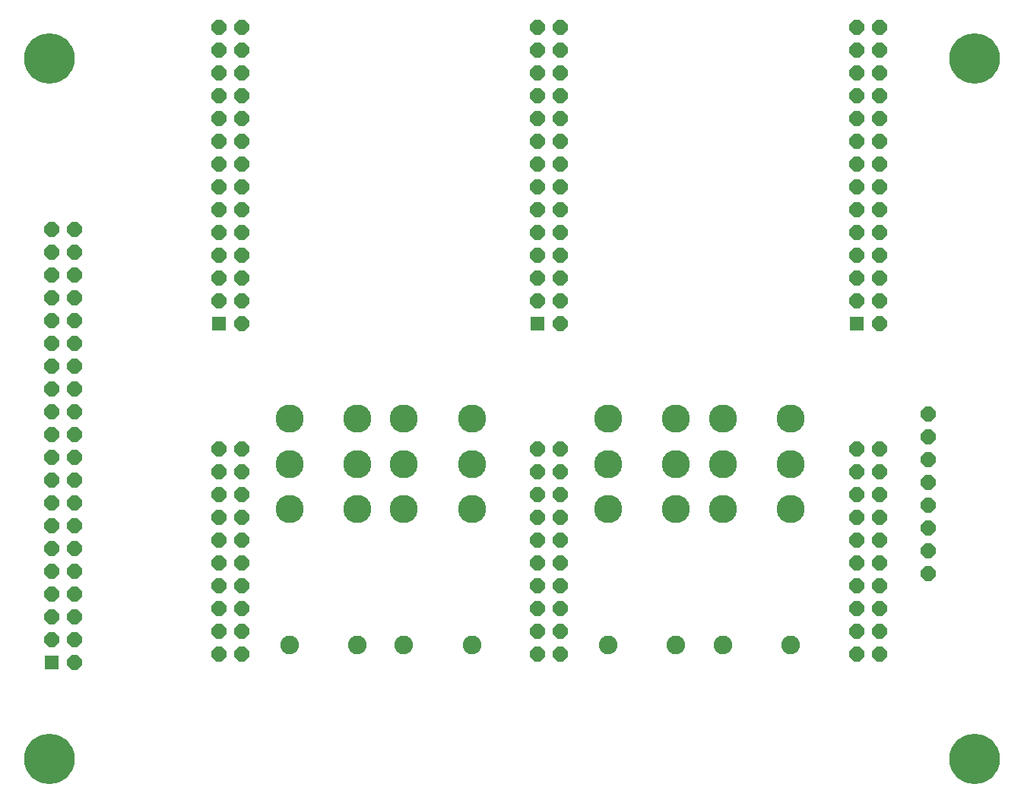
<source format=gbs>
G75*
%MOIN*%
%OFA0B0*%
%FSLAX25Y25*%
%IPPOS*%
%LPD*%
%AMOC8*
5,1,8,0,0,1.08239X$1,22.5*
%
%ADD10C,0.12311*%
%ADD11C,0.08177*%
%ADD12OC8,0.06406*%
%ADD13R,0.06406X0.06406*%
%ADD14C,0.22154*%
D10*
X0172752Y0145902D03*
X0172752Y0165744D03*
X0172752Y0185587D03*
X0202516Y0185587D03*
X0222949Y0185587D03*
X0222949Y0165744D03*
X0202516Y0165744D03*
X0202516Y0145902D03*
X0222949Y0145902D03*
X0252713Y0145902D03*
X0252713Y0165744D03*
X0252713Y0185587D03*
X0312516Y0185587D03*
X0312516Y0165744D03*
X0312516Y0145902D03*
X0342280Y0145902D03*
X0362713Y0145902D03*
X0362713Y0165744D03*
X0342280Y0165744D03*
X0342280Y0185587D03*
X0362713Y0185587D03*
X0392476Y0185587D03*
X0392476Y0165744D03*
X0392476Y0145902D03*
D11*
X0392476Y0086374D03*
X0362713Y0086374D03*
X0342280Y0086374D03*
X0312516Y0086374D03*
X0252713Y0086374D03*
X0222949Y0086374D03*
X0202516Y0086374D03*
X0172752Y0086374D03*
D12*
X0151807Y0082319D03*
X0141807Y0082319D03*
X0141807Y0092319D03*
X0141807Y0102319D03*
X0151807Y0102319D03*
X0151807Y0092319D03*
X0151807Y0112319D03*
X0151807Y0122319D03*
X0141807Y0122319D03*
X0141807Y0112319D03*
X0141807Y0132319D03*
X0141807Y0142319D03*
X0151807Y0142319D03*
X0151807Y0132319D03*
X0151807Y0152319D03*
X0151807Y0162319D03*
X0141807Y0162319D03*
X0141807Y0152319D03*
X0141807Y0172319D03*
X0151807Y0172319D03*
X0151807Y0227516D03*
X0151807Y0237516D03*
X0141807Y0237516D03*
X0141807Y0247516D03*
X0141807Y0257516D03*
X0151807Y0257516D03*
X0151807Y0247516D03*
X0151807Y0267516D03*
X0151807Y0277516D03*
X0141807Y0277516D03*
X0141807Y0267516D03*
X0141807Y0287516D03*
X0141807Y0297516D03*
X0151807Y0297516D03*
X0151807Y0287516D03*
X0151807Y0307516D03*
X0151807Y0317516D03*
X0141807Y0317516D03*
X0141807Y0307516D03*
X0141807Y0327516D03*
X0141807Y0337516D03*
X0151807Y0337516D03*
X0151807Y0327516D03*
X0151807Y0347516D03*
X0151807Y0357516D03*
X0141807Y0357516D03*
X0141807Y0347516D03*
X0078343Y0268776D03*
X0078343Y0258776D03*
X0068343Y0258776D03*
X0068343Y0268776D03*
X0068343Y0248776D03*
X0078343Y0248776D03*
X0078343Y0238776D03*
X0068343Y0238776D03*
X0068343Y0228776D03*
X0078343Y0228776D03*
X0078343Y0218776D03*
X0068343Y0218776D03*
X0068343Y0208776D03*
X0078343Y0208776D03*
X0078343Y0198776D03*
X0068343Y0198776D03*
X0068343Y0188776D03*
X0078343Y0188776D03*
X0078343Y0178776D03*
X0078343Y0168776D03*
X0068343Y0168776D03*
X0068343Y0178776D03*
X0068343Y0158776D03*
X0078343Y0158776D03*
X0078343Y0148776D03*
X0068343Y0148776D03*
X0068343Y0138776D03*
X0078343Y0138776D03*
X0078343Y0128776D03*
X0068343Y0128776D03*
X0068343Y0118776D03*
X0078343Y0118776D03*
X0078343Y0108776D03*
X0068343Y0108776D03*
X0068343Y0098776D03*
X0078343Y0098776D03*
X0078343Y0088776D03*
X0068343Y0088776D03*
X0078343Y0078776D03*
X0281571Y0082319D03*
X0291571Y0082319D03*
X0291571Y0092319D03*
X0291571Y0102319D03*
X0281571Y0102319D03*
X0281571Y0092319D03*
X0281571Y0112319D03*
X0291571Y0112319D03*
X0291571Y0122319D03*
X0281571Y0122319D03*
X0281571Y0132319D03*
X0291571Y0132319D03*
X0291571Y0142319D03*
X0281571Y0142319D03*
X0281571Y0152319D03*
X0291571Y0152319D03*
X0291571Y0162319D03*
X0281571Y0162319D03*
X0281571Y0172319D03*
X0291571Y0172319D03*
X0291571Y0227516D03*
X0291571Y0237516D03*
X0281571Y0237516D03*
X0281571Y0247516D03*
X0281571Y0257516D03*
X0291571Y0257516D03*
X0291571Y0247516D03*
X0291571Y0267516D03*
X0291571Y0277516D03*
X0281571Y0277516D03*
X0281571Y0267516D03*
X0281571Y0287516D03*
X0281571Y0297516D03*
X0291571Y0297516D03*
X0291571Y0287516D03*
X0291571Y0307516D03*
X0291571Y0317516D03*
X0281571Y0317516D03*
X0281571Y0307516D03*
X0281571Y0327516D03*
X0281571Y0337516D03*
X0291571Y0337516D03*
X0291571Y0327516D03*
X0291571Y0347516D03*
X0291571Y0357516D03*
X0281571Y0357516D03*
X0281571Y0347516D03*
X0421335Y0347516D03*
X0431335Y0347516D03*
X0431335Y0357516D03*
X0421335Y0357516D03*
X0421335Y0337516D03*
X0431335Y0337516D03*
X0431335Y0327516D03*
X0421335Y0327516D03*
X0421335Y0317516D03*
X0431335Y0317516D03*
X0431335Y0307516D03*
X0421335Y0307516D03*
X0421335Y0297516D03*
X0431335Y0297516D03*
X0431335Y0287516D03*
X0421335Y0287516D03*
X0421335Y0277516D03*
X0431335Y0277516D03*
X0431335Y0267516D03*
X0421335Y0267516D03*
X0421335Y0257516D03*
X0431335Y0257516D03*
X0431335Y0247516D03*
X0421335Y0247516D03*
X0421335Y0237516D03*
X0431335Y0237516D03*
X0431335Y0227516D03*
X0452646Y0187778D03*
X0452646Y0177778D03*
X0452646Y0167778D03*
X0452646Y0157778D03*
X0452646Y0147778D03*
X0452646Y0137778D03*
X0452646Y0127778D03*
X0452646Y0117778D03*
X0431335Y0122319D03*
X0431335Y0112319D03*
X0421335Y0112319D03*
X0421335Y0122319D03*
X0421335Y0132319D03*
X0431335Y0132319D03*
X0431335Y0142319D03*
X0421335Y0142319D03*
X0421335Y0152319D03*
X0431335Y0152319D03*
X0431335Y0162319D03*
X0421335Y0162319D03*
X0421335Y0172319D03*
X0431335Y0172319D03*
X0431335Y0102319D03*
X0431335Y0092319D03*
X0421335Y0092319D03*
X0421335Y0102319D03*
X0421335Y0082319D03*
X0431335Y0082319D03*
D13*
X0421335Y0227516D03*
X0281571Y0227516D03*
X0141807Y0227516D03*
X0068343Y0078776D03*
D14*
X0067555Y0036492D03*
X0067555Y0343579D03*
X0473067Y0343579D03*
X0473067Y0036492D03*
M02*

</source>
